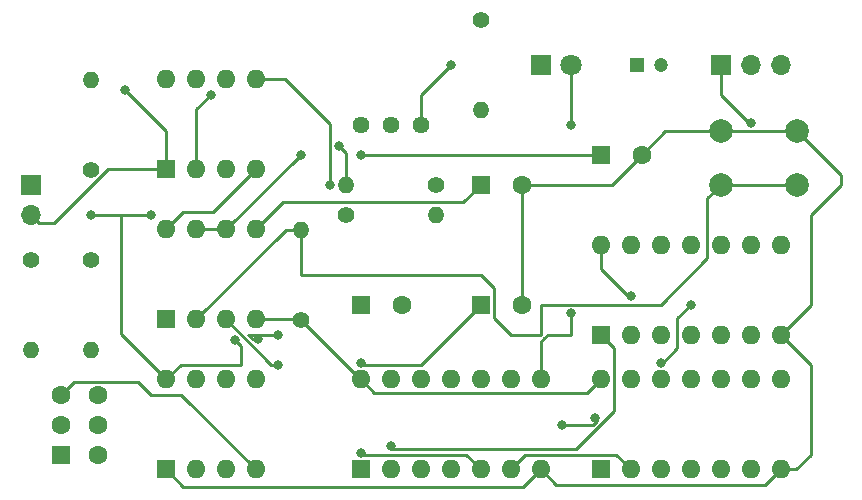
<source format=gbr>
%TF.GenerationSoftware,KiCad,Pcbnew,(6.0.6-0)*%
%TF.CreationDate,2022-10-19T22:33:39-04:00*%
%TF.ProjectId,Clock Module,436c6f63-6b20-44d6-9f64-756c652e6b69,rev?*%
%TF.SameCoordinates,Original*%
%TF.FileFunction,Copper,L2,Bot*%
%TF.FilePolarity,Positive*%
%FSLAX46Y46*%
G04 Gerber Fmt 4.6, Leading zero omitted, Abs format (unit mm)*
G04 Created by KiCad (PCBNEW (6.0.6-0)) date 2022-10-19 22:33:39*
%MOMM*%
%LPD*%
G01*
G04 APERTURE LIST*
%TA.AperFunction,ComponentPad*%
%ADD10C,1.400000*%
%TD*%
%TA.AperFunction,ComponentPad*%
%ADD11O,1.400000X1.400000*%
%TD*%
%TA.AperFunction,ComponentPad*%
%ADD12R,1.600000X1.600000*%
%TD*%
%TA.AperFunction,ComponentPad*%
%ADD13O,1.600000X1.600000*%
%TD*%
%TA.AperFunction,ComponentPad*%
%ADD14C,1.600000*%
%TD*%
%TA.AperFunction,ComponentPad*%
%ADD15R,1.700000X1.700000*%
%TD*%
%TA.AperFunction,ComponentPad*%
%ADD16O,1.700000X1.700000*%
%TD*%
%TA.AperFunction,ComponentPad*%
%ADD17C,1.440000*%
%TD*%
%TA.AperFunction,ComponentPad*%
%ADD18R,1.800000X1.800000*%
%TD*%
%TA.AperFunction,ComponentPad*%
%ADD19C,1.800000*%
%TD*%
%TA.AperFunction,ComponentPad*%
%ADD20R,1.200000X1.200000*%
%TD*%
%TA.AperFunction,ComponentPad*%
%ADD21C,1.200000*%
%TD*%
%TA.AperFunction,ComponentPad*%
%ADD22C,2.000000*%
%TD*%
%TA.AperFunction,ViaPad*%
%ADD23C,0.800000*%
%TD*%
%TA.AperFunction,Conductor*%
%ADD24C,0.250000*%
%TD*%
G04 APERTURE END LIST*
D10*
%TO.P,R1,1*%
%TO.N,VCC*%
X74930000Y-76200000D03*
D11*
%TO.P,R1,2*%
%TO.N,Net-(R1-Pad2)*%
X67310000Y-76200000D03*
%TD*%
D12*
%TO.P,U6,1*%
%TO.N,Net-(U4-Pad3)*%
X88895000Y-100320000D03*
D13*
%TO.P,U6,2*%
%TO.N,Net-(U4-Pad6)*%
X91435000Y-100320000D03*
%TO.P,U6,3*%
%TO.N,Net-(U4-Pad9)*%
X93975000Y-100320000D03*
%TO.P,U6,4*%
%TO.N,N/C*%
X96515000Y-100320000D03*
%TO.P,U6,5*%
X99055000Y-100320000D03*
%TO.P,U6,6*%
X101595000Y-100320000D03*
%TO.P,U6,7,GND*%
%TO.N,GNDREF*%
X104135000Y-100320000D03*
%TO.P,U6,8*%
%TO.N,N/C*%
X104135000Y-92700000D03*
%TO.P,U6,9*%
X101595000Y-92700000D03*
%TO.P,U6,10*%
X99055000Y-92700000D03*
%TO.P,U6,11*%
X96515000Y-92700000D03*
%TO.P,U6,12*%
X93975000Y-92700000D03*
%TO.P,U6,13*%
X91435000Y-92700000D03*
%TO.P,U6,14,VCC*%
%TO.N,VCC*%
X88895000Y-92700000D03*
%TD*%
D10*
%TO.P,R5,1*%
%TO.N,VCC*%
X40640000Y-82550000D03*
D11*
%TO.P,R5,2*%
%TO.N,Net-(R5-Pad2)*%
X40640000Y-90170000D03*
%TD*%
D12*
%TO.P,C4,1*%
%TO.N,Net-(C4-Pad1)*%
X88900000Y-73660000D03*
D14*
%TO.P,C4,2*%
%TO.N,GNDREF*%
X92400000Y-73660000D03*
%TD*%
D12*
%TO.P,U3,1,GND*%
%TO.N,GNDREF*%
X52080000Y-100320000D03*
D13*
%TO.P,U3,2,TR*%
%TO.N,Net-(R5-Pad2)*%
X54620000Y-100320000D03*
%TO.P,U3,3,Q*%
%TO.N,Net-(U3-Pad3)*%
X57160000Y-100320000D03*
%TO.P,U3,4,R*%
%TO.N,Net-(R6-Pad2)*%
X59700000Y-100320000D03*
%TO.P,U3,5,CV*%
%TO.N,Net-(C5-Pad1)*%
X59700000Y-92700000D03*
%TO.P,U3,6,THR*%
%TO.N,GNDREF*%
X57160000Y-92700000D03*
%TO.P,U3,7,DIS*%
%TO.N,unconnected-(U3-Pad7)*%
X54620000Y-92700000D03*
%TO.P,U3,8,VCC*%
%TO.N,VCC*%
X52080000Y-92700000D03*
%TD*%
D10*
%TO.P,R4,1*%
%TO.N,VCC*%
X45720000Y-74930000D03*
D11*
%TO.P,R4,2*%
%TO.N,Net-(C4-Pad1)*%
X45720000Y-67310000D03*
%TD*%
D15*
%TO.P,J2,1,Pin_1*%
%TO.N,/HLT*%
X99060000Y-66040000D03*
D16*
%TO.P,J2,2,Pin_2*%
%TO.N,/CLK*%
X101600000Y-66040000D03*
%TO.P,J2,3,Pin_3*%
%TO.N,/~{CLK}*%
X104140000Y-66040000D03*
%TD*%
D12*
%TO.P,U2,1,GND*%
%TO.N,GNDREF*%
X52080000Y-87620000D03*
D13*
%TO.P,U2,2,TR*%
%TO.N,Net-(R3-Pad2)*%
X54620000Y-87620000D03*
%TO.P,U2,3,Q*%
%TO.N,Net-(U2-Pad3)*%
X57160000Y-87620000D03*
%TO.P,U2,4,R*%
%TO.N,VCC*%
X59700000Y-87620000D03*
%TO.P,U2,5,CV*%
%TO.N,Net-(C3-Pad1)*%
X59700000Y-80000000D03*
%TO.P,U2,6,THR*%
%TO.N,Net-(C4-Pad1)*%
X57160000Y-80000000D03*
%TO.P,U2,7,DIS*%
X54620000Y-80000000D03*
%TO.P,U2,8,VCC*%
%TO.N,VCC*%
X52080000Y-80000000D03*
%TD*%
D10*
%TO.P,R2,1*%
%TO.N,Net-(R1-Pad2)*%
X67310000Y-78740000D03*
D11*
%TO.P,R2,2*%
%TO.N,Net-(R2-Pad2)*%
X74930000Y-78740000D03*
%TD*%
D12*
%TO.P,U1,1,GND*%
%TO.N,GNDREF*%
X52080000Y-74920000D03*
D13*
%TO.P,U1,2,TR*%
%TO.N,Net-(C2-Pad1)*%
X54620000Y-74920000D03*
%TO.P,U1,3,Q*%
%TO.N,Net-(U1-Pad3)*%
X57160000Y-74920000D03*
%TO.P,U1,4,R*%
%TO.N,VCC*%
X59700000Y-74920000D03*
%TO.P,U1,5,CV*%
%TO.N,Net-(C1-Pad1)*%
X59700000Y-67300000D03*
%TO.P,U1,6,THR*%
%TO.N,Net-(C2-Pad1)*%
X57160000Y-67300000D03*
%TO.P,U1,7,DIS*%
%TO.N,Net-(R1-Pad2)*%
X54620000Y-67300000D03*
%TO.P,U1,8,VCC*%
%TO.N,VCC*%
X52080000Y-67300000D03*
%TD*%
D17*
%TO.P,RV1,1,1*%
%TO.N,unconnected-(RV1-Pad1)*%
X68580000Y-71120000D03*
%TO.P,RV1,2,2*%
%TO.N,Net-(R2-Pad2)*%
X71120000Y-71120000D03*
%TO.P,RV1,3,3*%
%TO.N,Net-(C2-Pad1)*%
X73660000Y-71120000D03*
%TD*%
D15*
%TO.P,J1,1,Pin_1*%
%TO.N,VCC*%
X40640000Y-76200000D03*
D16*
%TO.P,J1,2,Pin_2*%
%TO.N,GNDREF*%
X40640000Y-78740000D03*
%TD*%
D12*
%TO.P,C1,1*%
%TO.N,Net-(C1-Pad1)*%
X68580000Y-86360000D03*
D14*
%TO.P,C1,2*%
%TO.N,GNDREF*%
X72080000Y-86360000D03*
%TD*%
D18*
%TO.P,D1,1,K*%
%TO.N,Net-(D1-Pad1)*%
X83820000Y-66040000D03*
D19*
%TO.P,D1,2,A*%
%TO.N,/CLK*%
X86360000Y-66040000D03*
%TD*%
D12*
%TO.P,U5,1*%
%TO.N,Net-(U3-Pad3)*%
X88900000Y-88900000D03*
D13*
%TO.P,U5,2*%
%TO.N,Net-(U4-Pad4)*%
X91440000Y-88900000D03*
%TO.P,U5,3*%
%TO.N,N/C*%
X93980000Y-88900000D03*
%TO.P,U5,4*%
X96520000Y-88900000D03*
%TO.P,U5,5*%
X99060000Y-88900000D03*
%TO.P,U5,6*%
X101600000Y-88900000D03*
%TO.P,U5,7,GND*%
%TO.N,GNDREF*%
X104140000Y-88900000D03*
%TO.P,U5,8*%
%TO.N,Net-(U4-Pad10)*%
X104140000Y-81280000D03*
%TO.P,U5,9*%
%TO.N,/HLT*%
X101600000Y-81280000D03*
%TO.P,U5,10*%
%TO.N,N/C*%
X99060000Y-81280000D03*
%TO.P,U5,11*%
X96520000Y-81280000D03*
%TO.P,U5,12*%
%TO.N,/~{CLK}*%
X93980000Y-81280000D03*
%TO.P,U5,13*%
%TO.N,/CLK*%
X91440000Y-81280000D03*
%TO.P,U5,14,VCC*%
%TO.N,VCC*%
X88900000Y-81280000D03*
%TD*%
D10*
%TO.P,R6,1*%
%TO.N,VCC*%
X45720000Y-82550000D03*
D11*
%TO.P,R6,2*%
%TO.N,Net-(R6-Pad2)*%
X45720000Y-90170000D03*
%TD*%
D12*
%TO.P,U4,1*%
%TO.N,Net-(U1-Pad3)*%
X68575000Y-100320000D03*
D13*
%TO.P,U4,2*%
%TO.N,Net-(U3-Pad3)*%
X71115000Y-100320000D03*
%TO.P,U4,3*%
%TO.N,Net-(U4-Pad3)*%
X73655000Y-100320000D03*
%TO.P,U4,4*%
%TO.N,Net-(U4-Pad4)*%
X76195000Y-100320000D03*
%TO.P,U4,5*%
%TO.N,Net-(U2-Pad3)*%
X78735000Y-100320000D03*
%TO.P,U4,6*%
%TO.N,Net-(U4-Pad6)*%
X81275000Y-100320000D03*
%TO.P,U4,7,GND*%
%TO.N,GNDREF*%
X83815000Y-100320000D03*
%TO.P,U4,8*%
%TO.N,/CLK*%
X83815000Y-92700000D03*
%TO.P,U4,9*%
%TO.N,Net-(U4-Pad9)*%
X81275000Y-92700000D03*
%TO.P,U4,10*%
%TO.N,Net-(U4-Pad10)*%
X78735000Y-92700000D03*
%TO.P,U4,11*%
%TO.N,N/C*%
X76195000Y-92700000D03*
%TO.P,U4,12*%
X73655000Y-92700000D03*
%TO.P,U4,13*%
X71115000Y-92700000D03*
%TO.P,U4,14,VCC*%
%TO.N,VCC*%
X68575000Y-92700000D03*
%TD*%
D12*
%TO.P,SW1,1,A*%
%TO.N,Net-(R5-Pad2)*%
X43180000Y-99060000D03*
D14*
%TO.P,SW1,2,B*%
%TO.N,GNDREF*%
X43180000Y-96560000D03*
%TO.P,SW1,3,C*%
%TO.N,Net-(R6-Pad2)*%
X43180000Y-94060000D03*
%TO.P,SW1,4*%
%TO.N,N/C*%
X46380000Y-99060000D03*
%TO.P,SW1,5*%
X46380000Y-96560000D03*
%TO.P,SW1,6*%
X46380000Y-94060000D03*
%TD*%
D20*
%TO.P,C2,1*%
%TO.N,Net-(C2-Pad1)*%
X91980000Y-66040000D03*
D21*
%TO.P,C2,2*%
%TO.N,GNDREF*%
X93980000Y-66040000D03*
%TD*%
D12*
%TO.P,C5,1*%
%TO.N,Net-(C5-Pad1)*%
X78740000Y-86360000D03*
D14*
%TO.P,C5,2*%
%TO.N,GNDREF*%
X82240000Y-86360000D03*
%TD*%
D10*
%TO.P,R3,1*%
%TO.N,VCC*%
X63500000Y-87630000D03*
D11*
%TO.P,R3,2*%
%TO.N,Net-(R3-Pad2)*%
X63500000Y-80010000D03*
%TD*%
D22*
%TO.P,SW2,1,1*%
%TO.N,GNDREF*%
X105560000Y-71700000D03*
X99060000Y-71700000D03*
%TO.P,SW2,2,2*%
%TO.N,Net-(R3-Pad2)*%
X105560000Y-76200000D03*
X99060000Y-76200000D03*
%TD*%
D12*
%TO.P,C3,1*%
%TO.N,Net-(C3-Pad1)*%
X78740000Y-76200000D03*
D14*
%TO.P,C3,2*%
%TO.N,GNDREF*%
X82240000Y-76200000D03*
%TD*%
D10*
%TO.P,R7,1*%
%TO.N,Net-(D1-Pad1)*%
X78740000Y-62230000D03*
D11*
%TO.P,R7,2*%
%TO.N,GNDREF*%
X78740000Y-69850000D03*
%TD*%
D23*
%TO.N,Net-(C1-Pad1)*%
X66010497Y-76200000D03*
%TO.N,GNDREF*%
X48637300Y-68202700D03*
%TO.N,Net-(C2-Pad1)*%
X76200000Y-66040000D03*
X55880000Y-68580000D03*
%TO.N,Net-(C4-Pad1)*%
X63500000Y-73660000D03*
X68580000Y-73660000D03*
%TO.N,Net-(C5-Pad1)*%
X68580554Y-91300508D03*
X61549500Y-88900000D03*
X59857517Y-89292918D03*
%TO.N,/CLK*%
X86360000Y-71120000D03*
X86360000Y-87084500D03*
%TO.N,VCC*%
X45720000Y-78740000D03*
X50800000Y-78740000D03*
X96520000Y-86360000D03*
X93980554Y-91300508D03*
X57917700Y-89402300D03*
X91440000Y-85635500D03*
%TO.N,/HLT*%
X101600000Y-70975500D03*
%TO.N,Net-(R1-Pad2)*%
X66734997Y-72935500D03*
%TO.N,Net-(U2-Pad3)*%
X61549500Y-91440000D03*
X68580000Y-98920498D03*
%TO.N,Net-(U3-Pad3)*%
X71120000Y-98335500D03*
%TO.N,Net-(U4-Pad9)*%
X88387700Y-96007700D03*
X85635500Y-96520000D03*
%TD*%
D24*
%TO.N,Net-(C1-Pad1)*%
X66010497Y-71090497D02*
X62220000Y-67300000D01*
X62220000Y-67300000D02*
X59700000Y-67300000D01*
X66010497Y-76200000D02*
X66010497Y-71090497D01*
%TO.N,GNDREF*%
X82361399Y-101773601D02*
X53533601Y-101773601D01*
X52080000Y-71645400D02*
X52080000Y-74920000D01*
X106680000Y-99060000D02*
X106680000Y-91440000D01*
X104135000Y-100320000D02*
X105420000Y-100320000D01*
X42634569Y-79465000D02*
X47179569Y-74920000D01*
X104140000Y-88900000D02*
X106680000Y-86360000D01*
X40640000Y-78740000D02*
X41365000Y-79465000D01*
X102855000Y-101600000D02*
X85095000Y-101600000D01*
X105560000Y-71700000D02*
X99060000Y-71700000D01*
X106680000Y-91440000D02*
X104140000Y-88900000D01*
X92400000Y-73660000D02*
X89860000Y-76200000D01*
X85095000Y-101600000D02*
X83815000Y-100320000D01*
X89860000Y-76200000D02*
X82240000Y-76200000D01*
X104135000Y-100320000D02*
X102855000Y-101600000D01*
X47179569Y-74920000D02*
X52080000Y-74920000D01*
X41365000Y-79465000D02*
X42634569Y-79465000D01*
X99060000Y-71700000D02*
X94360000Y-71700000D01*
X82240000Y-86360000D02*
X82240000Y-76200000D01*
X83815000Y-100320000D02*
X82361399Y-101773601D01*
X48637300Y-68202700D02*
X52080000Y-71645400D01*
X94360000Y-71700000D02*
X92400000Y-73660000D01*
X109220000Y-75360000D02*
X105560000Y-71700000D01*
X109220000Y-76200000D02*
X109220000Y-75360000D01*
X106680000Y-86360000D02*
X106680000Y-78740000D01*
X105420000Y-100320000D02*
X106680000Y-99060000D01*
X53533601Y-101773601D02*
X52080000Y-100320000D01*
X106680000Y-78740000D02*
X109220000Y-76200000D01*
%TO.N,Net-(C2-Pad1)*%
X73660000Y-68580000D02*
X73660000Y-71120000D01*
X55880000Y-68580000D02*
X54620000Y-69840000D01*
X54620000Y-69840000D02*
X54620000Y-74920000D01*
X76200000Y-66040000D02*
X73660000Y-68580000D01*
%TO.N,Net-(C3-Pad1)*%
X77225000Y-77715000D02*
X61985000Y-77715000D01*
X78740000Y-76200000D02*
X77225000Y-77715000D01*
X61985000Y-77715000D02*
X59700000Y-80000000D01*
%TO.N,Net-(C4-Pad1)*%
X88900000Y-73660000D02*
X68580000Y-73660000D01*
X54620000Y-80000000D02*
X57160000Y-80000000D01*
X63500000Y-73660000D02*
X57160000Y-80000000D01*
%TO.N,Net-(C5-Pad1)*%
X73660000Y-91440000D02*
X68580000Y-91440000D01*
X78740000Y-86360000D02*
X73660000Y-91440000D01*
X68580000Y-91440000D02*
X68580000Y-91301062D01*
X59076396Y-88900000D02*
X59469314Y-89292918D01*
X59469314Y-89292918D02*
X59857517Y-89292918D01*
X61549500Y-88900000D02*
X59076396Y-88900000D01*
X68580000Y-91301062D02*
X68580554Y-91300508D01*
%TO.N,/CLK*%
X83815000Y-92700000D02*
X83815000Y-89541396D01*
X86360000Y-86810000D02*
X86360000Y-87084500D01*
X86360000Y-88900000D02*
X86360000Y-86810000D01*
X84456396Y-88900000D02*
X86360000Y-88900000D01*
X84138198Y-89218198D02*
X84456396Y-88900000D01*
X83815000Y-89541396D02*
X84138198Y-89218198D01*
X86360000Y-71120000D02*
X86360000Y-66040000D01*
%TO.N,VCC*%
X91440000Y-85910000D02*
X91440000Y-85635500D01*
X63500000Y-87630000D02*
X68570000Y-92700000D01*
X59700000Y-87620000D02*
X63490000Y-87620000D01*
X96520000Y-86360000D02*
X95395000Y-87485000D01*
X52080000Y-92700000D02*
X53340000Y-91440000D01*
X56073601Y-78546399D02*
X53533601Y-78546399D01*
X52080000Y-92700000D02*
X48260000Y-88880000D01*
X88900000Y-83370000D02*
X91440000Y-85910000D01*
X95395000Y-90025000D02*
X93980000Y-91440000D01*
X53533601Y-78546399D02*
X52080000Y-80000000D01*
X48260000Y-88880000D02*
X48260000Y-78740000D01*
X55880000Y-91440000D02*
X58420000Y-91440000D01*
X68570000Y-92700000D02*
X68575000Y-92700000D01*
X50800000Y-78740000D02*
X45720000Y-78740000D01*
X59700000Y-74920000D02*
X56073601Y-78546399D01*
X53340000Y-91440000D02*
X55880000Y-91440000D01*
X88900000Y-81280000D02*
X88900000Y-83370000D01*
X58420000Y-91440000D02*
X58420000Y-89904600D01*
X93980554Y-91439446D02*
X93980554Y-91300508D01*
X95395000Y-87485000D02*
X95395000Y-90025000D01*
X69700000Y-93825000D02*
X87770000Y-93825000D01*
X93980000Y-91440000D02*
X93980554Y-91439446D01*
X87770000Y-93825000D02*
X88895000Y-92700000D01*
X63490000Y-87620000D02*
X63500000Y-87630000D01*
X58420000Y-89904600D02*
X57917700Y-89402300D01*
X68575000Y-92700000D02*
X69700000Y-93825000D01*
%TO.N,/HLT*%
X99060000Y-66040000D02*
X99060000Y-68580000D01*
X101600000Y-71120000D02*
X101600000Y-70975500D01*
X99060000Y-68580000D02*
X101600000Y-71120000D01*
%TO.N,Net-(R1-Pad2)*%
X67310000Y-73510503D02*
X67310000Y-76200000D01*
X66734997Y-72935500D02*
X67310000Y-73510503D01*
%TO.N,Net-(R3-Pad2)*%
X63500000Y-83820000D02*
X63500000Y-80010000D01*
X97935000Y-82405000D02*
X93980000Y-86360000D01*
X81280000Y-88900000D02*
X79865000Y-87485000D01*
X54620000Y-87620000D02*
X62230000Y-80010000D01*
X99060000Y-76200000D02*
X105560000Y-76200000D01*
X62230000Y-80010000D02*
X63500000Y-80010000D01*
X79865000Y-87485000D02*
X79865000Y-84945000D01*
X83820000Y-86360000D02*
X83820000Y-88900000D01*
X78740000Y-83820000D02*
X63500000Y-83820000D01*
X97935000Y-77325000D02*
X97935000Y-82405000D01*
X79865000Y-84945000D02*
X78740000Y-83820000D01*
X83820000Y-88900000D02*
X81280000Y-88900000D01*
X99060000Y-76200000D02*
X97935000Y-77325000D01*
X93980000Y-86360000D02*
X83820000Y-86360000D01*
%TO.N,Net-(R6-Pad2)*%
X50800000Y-93980000D02*
X49755000Y-92935000D01*
X59700000Y-100320000D02*
X53360000Y-93980000D01*
X44305000Y-92935000D02*
X43180000Y-94060000D01*
X53360000Y-93980000D02*
X50800000Y-93980000D01*
X49755000Y-92935000D02*
X44305000Y-92935000D01*
%TO.N,Net-(U2-Pad3)*%
X68580000Y-99060000D02*
X68580000Y-98920498D01*
X78735000Y-100320000D02*
X77475000Y-99060000D01*
X60980000Y-91440000D02*
X57160000Y-87620000D01*
X77475000Y-99060000D02*
X68580000Y-99060000D01*
X61549500Y-91440000D02*
X60980000Y-91440000D01*
%TO.N,Net-(U3-Pad3)*%
X90020000Y-90020000D02*
X90020000Y-95400000D01*
X90020000Y-95400000D02*
X86810000Y-98610000D01*
X83820000Y-98610000D02*
X71120000Y-98610000D01*
X86810000Y-98610000D02*
X83820000Y-98610000D01*
X71120000Y-98610000D02*
X71120000Y-98335500D01*
X88900000Y-88900000D02*
X90020000Y-90020000D01*
%TO.N,Net-(U4-Pad6)*%
X90175000Y-99060000D02*
X91435000Y-100320000D01*
X82535000Y-99060000D02*
X90175000Y-99060000D01*
X81275000Y-100320000D02*
X82535000Y-99060000D01*
%TO.N,Net-(U4-Pad9)*%
X85635500Y-96520000D02*
X88263604Y-96520000D01*
X88581802Y-96201802D02*
X88387700Y-96007700D01*
X88263604Y-96520000D02*
X88581802Y-96201802D01*
%TD*%
M02*

</source>
